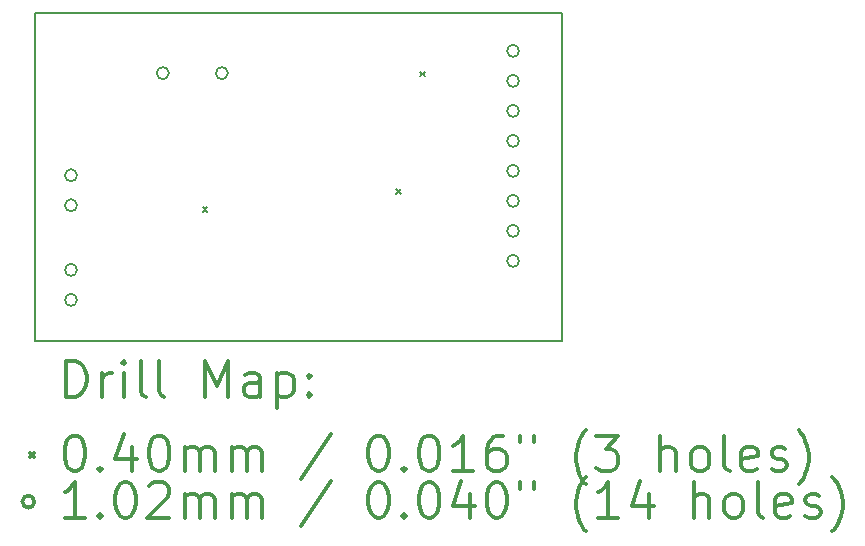
<source format=gbr>
%FSLAX45Y45*%
G04 Gerber Fmt 4.5, Leading zero omitted, Abs format (unit mm)*
G04 Created by KiCad (PCBNEW 4.0.6+dfsg1-1) date Tue Feb 13 22:00:59 2018*
%MOMM*%
%LPD*%
G01*
G04 APERTURE LIST*
%ADD10C,0.127000*%
%ADD11C,0.150000*%
%ADD12C,0.200000*%
%ADD13C,0.300000*%
G04 APERTURE END LIST*
D10*
D11*
X12250000Y-11020000D02*
X12250000Y-8250000D01*
X16710000Y-11020000D02*
X12250000Y-11020000D01*
X16710000Y-8250000D02*
X16710000Y-11020000D01*
X12250000Y-8250000D02*
X16710000Y-8250000D01*
D12*
X13667500Y-9887500D02*
X13707500Y-9927500D01*
X13707500Y-9887500D02*
X13667500Y-9927500D01*
X15305000Y-9737500D02*
X15345000Y-9777500D01*
X15345000Y-9737500D02*
X15305000Y-9777500D01*
X15510000Y-8742500D02*
X15550000Y-8782500D01*
X15550000Y-8742500D02*
X15510000Y-8782500D01*
X12603300Y-9620000D02*
G75*
G03X12603300Y-9620000I-50800J0D01*
G01*
X12603300Y-9874000D02*
G75*
G03X12603300Y-9874000I-50800J0D01*
G01*
X12603300Y-10421000D02*
G75*
G03X12603300Y-10421000I-50800J0D01*
G01*
X12603300Y-10675000D02*
G75*
G03X12603300Y-10675000I-50800J0D01*
G01*
X13380800Y-8755000D02*
G75*
G03X13380800Y-8755000I-50800J0D01*
G01*
X13880800Y-8755000D02*
G75*
G03X13880800Y-8755000I-50800J0D01*
G01*
X16345800Y-8567000D02*
G75*
G03X16345800Y-8567000I-50800J0D01*
G01*
X16345800Y-8821000D02*
G75*
G03X16345800Y-8821000I-50800J0D01*
G01*
X16345800Y-9075000D02*
G75*
G03X16345800Y-9075000I-50800J0D01*
G01*
X16345800Y-9329000D02*
G75*
G03X16345800Y-9329000I-50800J0D01*
G01*
X16345800Y-9583000D02*
G75*
G03X16345800Y-9583000I-50800J0D01*
G01*
X16345800Y-9837000D02*
G75*
G03X16345800Y-9837000I-50800J0D01*
G01*
X16345800Y-10091000D02*
G75*
G03X16345800Y-10091000I-50800J0D01*
G01*
X16345800Y-10345000D02*
G75*
G03X16345800Y-10345000I-50800J0D01*
G01*
D13*
X12513928Y-11493214D02*
X12513928Y-11193214D01*
X12585357Y-11193214D01*
X12628214Y-11207500D01*
X12656786Y-11236071D01*
X12671071Y-11264643D01*
X12685357Y-11321786D01*
X12685357Y-11364643D01*
X12671071Y-11421786D01*
X12656786Y-11450357D01*
X12628214Y-11478929D01*
X12585357Y-11493214D01*
X12513928Y-11493214D01*
X12813928Y-11493214D02*
X12813928Y-11293214D01*
X12813928Y-11350357D02*
X12828214Y-11321786D01*
X12842500Y-11307500D01*
X12871071Y-11293214D01*
X12899643Y-11293214D01*
X12999643Y-11493214D02*
X12999643Y-11293214D01*
X12999643Y-11193214D02*
X12985357Y-11207500D01*
X12999643Y-11221786D01*
X13013928Y-11207500D01*
X12999643Y-11193214D01*
X12999643Y-11221786D01*
X13185357Y-11493214D02*
X13156786Y-11478929D01*
X13142500Y-11450357D01*
X13142500Y-11193214D01*
X13342500Y-11493214D02*
X13313928Y-11478929D01*
X13299643Y-11450357D01*
X13299643Y-11193214D01*
X13685357Y-11493214D02*
X13685357Y-11193214D01*
X13785357Y-11407500D01*
X13885357Y-11193214D01*
X13885357Y-11493214D01*
X14156786Y-11493214D02*
X14156786Y-11336071D01*
X14142500Y-11307500D01*
X14113928Y-11293214D01*
X14056786Y-11293214D01*
X14028214Y-11307500D01*
X14156786Y-11478929D02*
X14128214Y-11493214D01*
X14056786Y-11493214D01*
X14028214Y-11478929D01*
X14013928Y-11450357D01*
X14013928Y-11421786D01*
X14028214Y-11393214D01*
X14056786Y-11378929D01*
X14128214Y-11378929D01*
X14156786Y-11364643D01*
X14299643Y-11293214D02*
X14299643Y-11593214D01*
X14299643Y-11307500D02*
X14328214Y-11293214D01*
X14385357Y-11293214D01*
X14413928Y-11307500D01*
X14428214Y-11321786D01*
X14442500Y-11350357D01*
X14442500Y-11436071D01*
X14428214Y-11464643D01*
X14413928Y-11478929D01*
X14385357Y-11493214D01*
X14328214Y-11493214D01*
X14299643Y-11478929D01*
X14571071Y-11464643D02*
X14585357Y-11478929D01*
X14571071Y-11493214D01*
X14556786Y-11478929D01*
X14571071Y-11464643D01*
X14571071Y-11493214D01*
X14571071Y-11307500D02*
X14585357Y-11321786D01*
X14571071Y-11336071D01*
X14556786Y-11321786D01*
X14571071Y-11307500D01*
X14571071Y-11336071D01*
X12202500Y-11967500D02*
X12242500Y-12007500D01*
X12242500Y-11967500D02*
X12202500Y-12007500D01*
X12571071Y-11823214D02*
X12599643Y-11823214D01*
X12628214Y-11837500D01*
X12642500Y-11851786D01*
X12656786Y-11880357D01*
X12671071Y-11937500D01*
X12671071Y-12008929D01*
X12656786Y-12066071D01*
X12642500Y-12094643D01*
X12628214Y-12108929D01*
X12599643Y-12123214D01*
X12571071Y-12123214D01*
X12542500Y-12108929D01*
X12528214Y-12094643D01*
X12513928Y-12066071D01*
X12499643Y-12008929D01*
X12499643Y-11937500D01*
X12513928Y-11880357D01*
X12528214Y-11851786D01*
X12542500Y-11837500D01*
X12571071Y-11823214D01*
X12799643Y-12094643D02*
X12813928Y-12108929D01*
X12799643Y-12123214D01*
X12785357Y-12108929D01*
X12799643Y-12094643D01*
X12799643Y-12123214D01*
X13071071Y-11923214D02*
X13071071Y-12123214D01*
X12999643Y-11808929D02*
X12928214Y-12023214D01*
X13113928Y-12023214D01*
X13285357Y-11823214D02*
X13313928Y-11823214D01*
X13342500Y-11837500D01*
X13356786Y-11851786D01*
X13371071Y-11880357D01*
X13385357Y-11937500D01*
X13385357Y-12008929D01*
X13371071Y-12066071D01*
X13356786Y-12094643D01*
X13342500Y-12108929D01*
X13313928Y-12123214D01*
X13285357Y-12123214D01*
X13256786Y-12108929D01*
X13242500Y-12094643D01*
X13228214Y-12066071D01*
X13213928Y-12008929D01*
X13213928Y-11937500D01*
X13228214Y-11880357D01*
X13242500Y-11851786D01*
X13256786Y-11837500D01*
X13285357Y-11823214D01*
X13513928Y-12123214D02*
X13513928Y-11923214D01*
X13513928Y-11951786D02*
X13528214Y-11937500D01*
X13556786Y-11923214D01*
X13599643Y-11923214D01*
X13628214Y-11937500D01*
X13642500Y-11966071D01*
X13642500Y-12123214D01*
X13642500Y-11966071D02*
X13656786Y-11937500D01*
X13685357Y-11923214D01*
X13728214Y-11923214D01*
X13756786Y-11937500D01*
X13771071Y-11966071D01*
X13771071Y-12123214D01*
X13913928Y-12123214D02*
X13913928Y-11923214D01*
X13913928Y-11951786D02*
X13928214Y-11937500D01*
X13956786Y-11923214D01*
X13999643Y-11923214D01*
X14028214Y-11937500D01*
X14042500Y-11966071D01*
X14042500Y-12123214D01*
X14042500Y-11966071D02*
X14056786Y-11937500D01*
X14085357Y-11923214D01*
X14128214Y-11923214D01*
X14156786Y-11937500D01*
X14171071Y-11966071D01*
X14171071Y-12123214D01*
X14756786Y-11808929D02*
X14499643Y-12194643D01*
X15142500Y-11823214D02*
X15171071Y-11823214D01*
X15199643Y-11837500D01*
X15213928Y-11851786D01*
X15228214Y-11880357D01*
X15242500Y-11937500D01*
X15242500Y-12008929D01*
X15228214Y-12066071D01*
X15213928Y-12094643D01*
X15199643Y-12108929D01*
X15171071Y-12123214D01*
X15142500Y-12123214D01*
X15113928Y-12108929D01*
X15099643Y-12094643D01*
X15085357Y-12066071D01*
X15071071Y-12008929D01*
X15071071Y-11937500D01*
X15085357Y-11880357D01*
X15099643Y-11851786D01*
X15113928Y-11837500D01*
X15142500Y-11823214D01*
X15371071Y-12094643D02*
X15385357Y-12108929D01*
X15371071Y-12123214D01*
X15356786Y-12108929D01*
X15371071Y-12094643D01*
X15371071Y-12123214D01*
X15571071Y-11823214D02*
X15599643Y-11823214D01*
X15628214Y-11837500D01*
X15642500Y-11851786D01*
X15656785Y-11880357D01*
X15671071Y-11937500D01*
X15671071Y-12008929D01*
X15656785Y-12066071D01*
X15642500Y-12094643D01*
X15628214Y-12108929D01*
X15599643Y-12123214D01*
X15571071Y-12123214D01*
X15542500Y-12108929D01*
X15528214Y-12094643D01*
X15513928Y-12066071D01*
X15499643Y-12008929D01*
X15499643Y-11937500D01*
X15513928Y-11880357D01*
X15528214Y-11851786D01*
X15542500Y-11837500D01*
X15571071Y-11823214D01*
X15956785Y-12123214D02*
X15785357Y-12123214D01*
X15871071Y-12123214D02*
X15871071Y-11823214D01*
X15842500Y-11866071D01*
X15813928Y-11894643D01*
X15785357Y-11908929D01*
X16213928Y-11823214D02*
X16156785Y-11823214D01*
X16128214Y-11837500D01*
X16113928Y-11851786D01*
X16085357Y-11894643D01*
X16071071Y-11951786D01*
X16071071Y-12066071D01*
X16085357Y-12094643D01*
X16099643Y-12108929D01*
X16128214Y-12123214D01*
X16185357Y-12123214D01*
X16213928Y-12108929D01*
X16228214Y-12094643D01*
X16242500Y-12066071D01*
X16242500Y-11994643D01*
X16228214Y-11966071D01*
X16213928Y-11951786D01*
X16185357Y-11937500D01*
X16128214Y-11937500D01*
X16099643Y-11951786D01*
X16085357Y-11966071D01*
X16071071Y-11994643D01*
X16356786Y-11823214D02*
X16356786Y-11880357D01*
X16471071Y-11823214D02*
X16471071Y-11880357D01*
X16913928Y-12237500D02*
X16899643Y-12223214D01*
X16871071Y-12180357D01*
X16856786Y-12151786D01*
X16842500Y-12108929D01*
X16828214Y-12037500D01*
X16828214Y-11980357D01*
X16842500Y-11908929D01*
X16856786Y-11866071D01*
X16871071Y-11837500D01*
X16899643Y-11794643D01*
X16913928Y-11780357D01*
X16999643Y-11823214D02*
X17185357Y-11823214D01*
X17085357Y-11937500D01*
X17128214Y-11937500D01*
X17156786Y-11951786D01*
X17171071Y-11966071D01*
X17185357Y-11994643D01*
X17185357Y-12066071D01*
X17171071Y-12094643D01*
X17156786Y-12108929D01*
X17128214Y-12123214D01*
X17042500Y-12123214D01*
X17013928Y-12108929D01*
X16999643Y-12094643D01*
X17542500Y-12123214D02*
X17542500Y-11823214D01*
X17671071Y-12123214D02*
X17671071Y-11966071D01*
X17656786Y-11937500D01*
X17628214Y-11923214D01*
X17585357Y-11923214D01*
X17556786Y-11937500D01*
X17542500Y-11951786D01*
X17856786Y-12123214D02*
X17828214Y-12108929D01*
X17813928Y-12094643D01*
X17799643Y-12066071D01*
X17799643Y-11980357D01*
X17813928Y-11951786D01*
X17828214Y-11937500D01*
X17856786Y-11923214D01*
X17899643Y-11923214D01*
X17928214Y-11937500D01*
X17942500Y-11951786D01*
X17956786Y-11980357D01*
X17956786Y-12066071D01*
X17942500Y-12094643D01*
X17928214Y-12108929D01*
X17899643Y-12123214D01*
X17856786Y-12123214D01*
X18128214Y-12123214D02*
X18099643Y-12108929D01*
X18085357Y-12080357D01*
X18085357Y-11823214D01*
X18356786Y-12108929D02*
X18328214Y-12123214D01*
X18271071Y-12123214D01*
X18242500Y-12108929D01*
X18228214Y-12080357D01*
X18228214Y-11966071D01*
X18242500Y-11937500D01*
X18271071Y-11923214D01*
X18328214Y-11923214D01*
X18356786Y-11937500D01*
X18371071Y-11966071D01*
X18371071Y-11994643D01*
X18228214Y-12023214D01*
X18485357Y-12108929D02*
X18513929Y-12123214D01*
X18571071Y-12123214D01*
X18599643Y-12108929D01*
X18613929Y-12080357D01*
X18613929Y-12066071D01*
X18599643Y-12037500D01*
X18571071Y-12023214D01*
X18528214Y-12023214D01*
X18499643Y-12008929D01*
X18485357Y-11980357D01*
X18485357Y-11966071D01*
X18499643Y-11937500D01*
X18528214Y-11923214D01*
X18571071Y-11923214D01*
X18599643Y-11937500D01*
X18713928Y-12237500D02*
X18728214Y-12223214D01*
X18756786Y-12180357D01*
X18771071Y-12151786D01*
X18785357Y-12108929D01*
X18799643Y-12037500D01*
X18799643Y-11980357D01*
X18785357Y-11908929D01*
X18771071Y-11866071D01*
X18756786Y-11837500D01*
X18728214Y-11794643D01*
X18713928Y-11780357D01*
X12242500Y-12383500D02*
G75*
G03X12242500Y-12383500I-50800J0D01*
G01*
X12671071Y-12519214D02*
X12499643Y-12519214D01*
X12585357Y-12519214D02*
X12585357Y-12219214D01*
X12556786Y-12262071D01*
X12528214Y-12290643D01*
X12499643Y-12304929D01*
X12799643Y-12490643D02*
X12813928Y-12504929D01*
X12799643Y-12519214D01*
X12785357Y-12504929D01*
X12799643Y-12490643D01*
X12799643Y-12519214D01*
X12999643Y-12219214D02*
X13028214Y-12219214D01*
X13056786Y-12233500D01*
X13071071Y-12247786D01*
X13085357Y-12276357D01*
X13099643Y-12333500D01*
X13099643Y-12404929D01*
X13085357Y-12462071D01*
X13071071Y-12490643D01*
X13056786Y-12504929D01*
X13028214Y-12519214D01*
X12999643Y-12519214D01*
X12971071Y-12504929D01*
X12956786Y-12490643D01*
X12942500Y-12462071D01*
X12928214Y-12404929D01*
X12928214Y-12333500D01*
X12942500Y-12276357D01*
X12956786Y-12247786D01*
X12971071Y-12233500D01*
X12999643Y-12219214D01*
X13213928Y-12247786D02*
X13228214Y-12233500D01*
X13256786Y-12219214D01*
X13328214Y-12219214D01*
X13356786Y-12233500D01*
X13371071Y-12247786D01*
X13385357Y-12276357D01*
X13385357Y-12304929D01*
X13371071Y-12347786D01*
X13199643Y-12519214D01*
X13385357Y-12519214D01*
X13513928Y-12519214D02*
X13513928Y-12319214D01*
X13513928Y-12347786D02*
X13528214Y-12333500D01*
X13556786Y-12319214D01*
X13599643Y-12319214D01*
X13628214Y-12333500D01*
X13642500Y-12362071D01*
X13642500Y-12519214D01*
X13642500Y-12362071D02*
X13656786Y-12333500D01*
X13685357Y-12319214D01*
X13728214Y-12319214D01*
X13756786Y-12333500D01*
X13771071Y-12362071D01*
X13771071Y-12519214D01*
X13913928Y-12519214D02*
X13913928Y-12319214D01*
X13913928Y-12347786D02*
X13928214Y-12333500D01*
X13956786Y-12319214D01*
X13999643Y-12319214D01*
X14028214Y-12333500D01*
X14042500Y-12362071D01*
X14042500Y-12519214D01*
X14042500Y-12362071D02*
X14056786Y-12333500D01*
X14085357Y-12319214D01*
X14128214Y-12319214D01*
X14156786Y-12333500D01*
X14171071Y-12362071D01*
X14171071Y-12519214D01*
X14756786Y-12204929D02*
X14499643Y-12590643D01*
X15142500Y-12219214D02*
X15171071Y-12219214D01*
X15199643Y-12233500D01*
X15213928Y-12247786D01*
X15228214Y-12276357D01*
X15242500Y-12333500D01*
X15242500Y-12404929D01*
X15228214Y-12462071D01*
X15213928Y-12490643D01*
X15199643Y-12504929D01*
X15171071Y-12519214D01*
X15142500Y-12519214D01*
X15113928Y-12504929D01*
X15099643Y-12490643D01*
X15085357Y-12462071D01*
X15071071Y-12404929D01*
X15071071Y-12333500D01*
X15085357Y-12276357D01*
X15099643Y-12247786D01*
X15113928Y-12233500D01*
X15142500Y-12219214D01*
X15371071Y-12490643D02*
X15385357Y-12504929D01*
X15371071Y-12519214D01*
X15356786Y-12504929D01*
X15371071Y-12490643D01*
X15371071Y-12519214D01*
X15571071Y-12219214D02*
X15599643Y-12219214D01*
X15628214Y-12233500D01*
X15642500Y-12247786D01*
X15656785Y-12276357D01*
X15671071Y-12333500D01*
X15671071Y-12404929D01*
X15656785Y-12462071D01*
X15642500Y-12490643D01*
X15628214Y-12504929D01*
X15599643Y-12519214D01*
X15571071Y-12519214D01*
X15542500Y-12504929D01*
X15528214Y-12490643D01*
X15513928Y-12462071D01*
X15499643Y-12404929D01*
X15499643Y-12333500D01*
X15513928Y-12276357D01*
X15528214Y-12247786D01*
X15542500Y-12233500D01*
X15571071Y-12219214D01*
X15928214Y-12319214D02*
X15928214Y-12519214D01*
X15856785Y-12204929D02*
X15785357Y-12419214D01*
X15971071Y-12419214D01*
X16142500Y-12219214D02*
X16171071Y-12219214D01*
X16199643Y-12233500D01*
X16213928Y-12247786D01*
X16228214Y-12276357D01*
X16242500Y-12333500D01*
X16242500Y-12404929D01*
X16228214Y-12462071D01*
X16213928Y-12490643D01*
X16199643Y-12504929D01*
X16171071Y-12519214D01*
X16142500Y-12519214D01*
X16113928Y-12504929D01*
X16099643Y-12490643D01*
X16085357Y-12462071D01*
X16071071Y-12404929D01*
X16071071Y-12333500D01*
X16085357Y-12276357D01*
X16099643Y-12247786D01*
X16113928Y-12233500D01*
X16142500Y-12219214D01*
X16356786Y-12219214D02*
X16356786Y-12276357D01*
X16471071Y-12219214D02*
X16471071Y-12276357D01*
X16913928Y-12633500D02*
X16899643Y-12619214D01*
X16871071Y-12576357D01*
X16856786Y-12547786D01*
X16842500Y-12504929D01*
X16828214Y-12433500D01*
X16828214Y-12376357D01*
X16842500Y-12304929D01*
X16856786Y-12262071D01*
X16871071Y-12233500D01*
X16899643Y-12190643D01*
X16913928Y-12176357D01*
X17185357Y-12519214D02*
X17013928Y-12519214D01*
X17099643Y-12519214D02*
X17099643Y-12219214D01*
X17071071Y-12262071D01*
X17042500Y-12290643D01*
X17013928Y-12304929D01*
X17442500Y-12319214D02*
X17442500Y-12519214D01*
X17371071Y-12204929D02*
X17299643Y-12419214D01*
X17485357Y-12419214D01*
X17828214Y-12519214D02*
X17828214Y-12219214D01*
X17956786Y-12519214D02*
X17956786Y-12362071D01*
X17942500Y-12333500D01*
X17913928Y-12319214D01*
X17871071Y-12319214D01*
X17842500Y-12333500D01*
X17828214Y-12347786D01*
X18142500Y-12519214D02*
X18113928Y-12504929D01*
X18099643Y-12490643D01*
X18085357Y-12462071D01*
X18085357Y-12376357D01*
X18099643Y-12347786D01*
X18113928Y-12333500D01*
X18142500Y-12319214D01*
X18185357Y-12319214D01*
X18213928Y-12333500D01*
X18228214Y-12347786D01*
X18242500Y-12376357D01*
X18242500Y-12462071D01*
X18228214Y-12490643D01*
X18213928Y-12504929D01*
X18185357Y-12519214D01*
X18142500Y-12519214D01*
X18413928Y-12519214D02*
X18385357Y-12504929D01*
X18371071Y-12476357D01*
X18371071Y-12219214D01*
X18642500Y-12504929D02*
X18613929Y-12519214D01*
X18556786Y-12519214D01*
X18528214Y-12504929D01*
X18513929Y-12476357D01*
X18513929Y-12362071D01*
X18528214Y-12333500D01*
X18556786Y-12319214D01*
X18613929Y-12319214D01*
X18642500Y-12333500D01*
X18656786Y-12362071D01*
X18656786Y-12390643D01*
X18513929Y-12419214D01*
X18771071Y-12504929D02*
X18799643Y-12519214D01*
X18856786Y-12519214D01*
X18885357Y-12504929D01*
X18899643Y-12476357D01*
X18899643Y-12462071D01*
X18885357Y-12433500D01*
X18856786Y-12419214D01*
X18813929Y-12419214D01*
X18785357Y-12404929D01*
X18771071Y-12376357D01*
X18771071Y-12362071D01*
X18785357Y-12333500D01*
X18813929Y-12319214D01*
X18856786Y-12319214D01*
X18885357Y-12333500D01*
X18999643Y-12633500D02*
X19013929Y-12619214D01*
X19042500Y-12576357D01*
X19056786Y-12547786D01*
X19071071Y-12504929D01*
X19085357Y-12433500D01*
X19085357Y-12376357D01*
X19071071Y-12304929D01*
X19056786Y-12262071D01*
X19042500Y-12233500D01*
X19013929Y-12190643D01*
X18999643Y-12176357D01*
M02*

</source>
